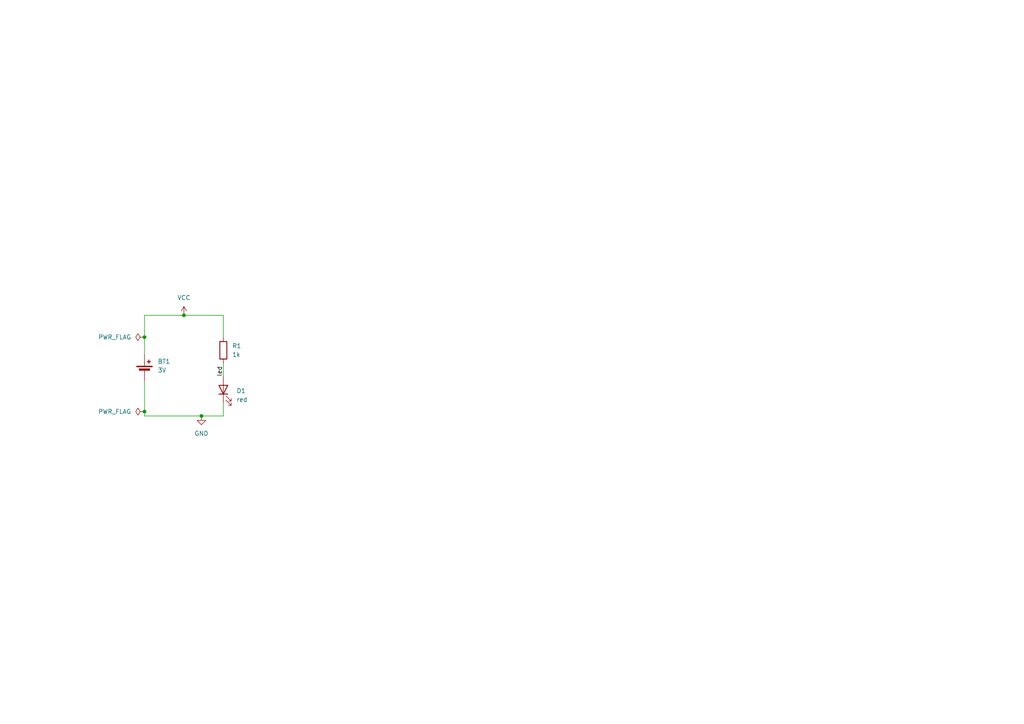
<source format=kicad_sch>
(kicad_sch (version 20250114) (generator "eeschema") (generator_version "9.0")
  (paper "A4")
  (title_block (title "Test") (rev "0"))
  (lib_symbols
    (symbol "Device:Battery_Cell" (pin_numbers (hide yes)) (pin_names (offset 0) (hide yes))
      (property "Reference" "BT" (at 2.54 2.54 0))
      (property "Value" "Battery_Cell" (at 2.54 0 0))
      (symbol "Battery_Cell_0_1"
        (rectangle (start -2.286 1.778) (end 2.286 1.524) (fill (type outline)))
        (rectangle (start -1.524 1.016) (end 1.524 0.508) (fill (type outline)))
        (polyline (pts (xy 0 1.778) (xy 0 2.54)))
        (polyline (pts (xy 0 0.762) (xy 0 0)))
        (polyline (pts (xy 0.762 3.048) (xy 1.778 3.048)) (stroke (width 0.254)))
        (polyline (pts (xy 1.27 3.556) (xy 1.27 2.54)) (stroke (width 0.254)))
      )
      (symbol "Battery_Cell_1_1"
        (pin passive line (at 0 5.08 270) (length 2.54) (name "+") (number "1"))
        (pin passive line (at 0 -2.54 90) (length 2.54) (name "-") (number "2"))
      )
    )
    (symbol "Device:LED" (pin_numbers (hide yes)) (pin_names (offset 1.016) (hide yes))
      (property "Reference" "D" (at 0 2.54 0))
      (property "Value" "LED" (at 0 -2.54 0))
      (symbol "LED_0_1"
        (polyline (pts (xy -3.048 -0.762) (xy -4.572 -2.286) (xy -3.81 -2.286) (xy -4.572 -2.286) (xy -4.572 -1.524)))
        (polyline (pts (xy -1.778 -0.762) (xy -3.302 -2.286) (xy -2.54 -2.286) (xy -3.302 -2.286) (xy -3.302 -1.524)))
        (polyline (pts (xy -1.27 0) (xy 1.27 0)))
        (polyline (pts (xy -1.27 -1.27) (xy -1.27 1.27)) (stroke (width 0.254)))
        (polyline (pts (xy 1.27 -1.27) (xy 1.27 1.27) (xy -1.27 0) (xy 1.27 -1.27)) (stroke (width 0.254)))
      )
      (symbol "LED_1_1"
        (pin passive line (at -3.81 0 0) (length 2.54) (name "K") (number "1"))
        (pin passive line (at 3.81 0 180) (length 2.54) (name "A") (number "2"))
      )
    )
    (symbol "Device:R" (pin_numbers (hide yes)) (pin_names (offset 0))
      (property "Reference" "R" (at 2.032 0 90))
      (property "Value" "R" (at 0 0 90))
      (symbol "R_0_1"
        (rectangle (start -1.016 -2.54) (end 1.016 2.54) (stroke (width 0.254)))
      )
      (symbol "R_1_1"
        (pin passive line (at 0 3.81 270) (length 1.27) (name "~") (number "1"))
        (pin passive line (at 0 -3.81 90) (length 1.27) (name "~") (number "2"))
      )
    )
    (symbol "power:GND" (power) (pin_numbers (hide yes)) (pin_names (offset 0) (hide yes))
      (property "Value" "GND" (at 0 -3.81 0))
      (symbol "GND_0_1"
        (polyline (pts (xy 0 0) (xy 0 -1.27) (xy 1.27 -1.27) (xy 0 -2.54) (xy -1.27 -1.27) (xy 0 -1.27)))
      )
      (symbol "GND_1_1"
        (pin power_in line (at 0 0 270) (length 0) (name "~") (number "1"))
      )
    )
    (symbol "power:PWR_FLAG" (power) (pin_numbers (hide yes)) (pin_names (offset 0) (hide yes))
      (property "Value" "PWR_FLAG" (at 0 3.81 0))
      (symbol "PWR_FLAG_0_0"
        (pin power_out line (at 0 0 90) (length 0) (name "~") (number "1"))
      )
      (symbol "PWR_FLAG_0_1"
        (polyline (pts (xy 0 0) (xy 0 1.27) (xy -1.016 1.905) (xy 0 2.54) (xy 1.016 1.905) (xy 0 1.27)))
      )
    )
    (symbol "power:VCC" (power) (pin_numbers (hide yes)) (pin_names (offset 0) (hide yes))
      (property "Value" "VCC" (at 0 3.556 0))
      (symbol "VCC_0_1"
        (polyline (pts (xy -0.762 1.27) (xy 0 2.54)))
        (polyline (pts (xy 0 2.54) (xy 0.762 1.27)))
        (polyline (pts (xy 0 0) (xy 0 2.54)))
      )
      (symbol "VCC_1_1"
        (pin power_in line (at 0 0 90) (length 0) (name "~") (number "1"))
      )
    )
  )
  (junction (at 58.42 120.65))
  (junction (at 41.91 119.38))
  (junction (at 41.91 97.79))
  (junction (at 53.34 91.44))
  (wire (pts (xy 64.77 105.41) (xy 64.77 109.22)))
  (wire (pts (xy 41.91 110.49) (xy 41.91 119.38)))
  (wire (pts (xy 41.91 119.38) (xy 41.91 120.65)))
  (wire (pts (xy 64.77 91.44) (xy 64.77 97.79)))
  (wire (pts (xy 41.91 91.44) (xy 53.34 91.44)))
  (wire (pts (xy 58.42 120.65) (xy 41.91 120.65)))
  (wire (pts (xy 41.91 102.87) (xy 41.91 97.79)))
  (wire (pts (xy 53.34 91.44) (xy 64.77 91.44)))
  (wire (pts (xy 64.77 120.65) (xy 58.42 120.65)))
  (wire (pts (xy 41.91 97.79) (xy 41.91 91.44)))
  (wire (pts (xy 64.77 116.84) (xy 64.77 120.65)))
  (label "led" (at 64.77 109.22 90))
  (symbol (lib_id "Device:LED") (at 64.77 113.03 90) (unit 1)
    (property "Reference" "D1" (at 68.58 113.3474 90) (effects (justify right)))
    (property "Value" "red" (at 68.58 115.8874 90) (effects (justify right)))
    (property "Footprint" "LED_THT:LED_D5.0mm" (effects (hide yes)))
    (property "Description" "Light emitting diode" (effects (hide yes)))
    (property "Sim.Pins" "1=K 2=A" (effects (hide yes)))
  )
  (symbol (lib_id "Device:Battery_Cell") (at 41.91 107.95 0) (unit 1)
    (property "Reference" "BT1" (at 45.72 104.8384 0) (effects (justify left)))
    (property "Value" "3V" (at 45.72 107.3784 0) (effects (justify left)))
    (property "Footprint" "Battery:BatteryHolder_Keystone_1058_1x2032" (effects (hide yes)))
    (property "Description" "Single-cell battery" (effects (hide yes)))
  )
  (symbol (lib_id "power:GND") (at 58.42 120.65 0) (unit 1)
    (property "Reference" "#PWR01" (effects (hide yes)))
    (property "Value" "GND" (at 58.42 125.73 0))
    (property "Description" "Power symbol creates a global label with name \"GND\" , ground" (effects (hide yes)))
  )
  (symbol (lib_id "power:PWR_FLAG") (at 41.91 119.38 90) (unit 1)
    (property "Reference" "#FLG01" (effects (hide yes)))
    (property "Value" "PWR_FLAG" (at 38.1 119.3799 90) (effects (justify left)))
    (property "Description" "Special symbol for telling ERC where power comes from" (effects (hide yes)))
  )
  (symbol (lib_id "power:PWR_FLAG") (at 41.91 97.79 90) (unit 1)
    (property "Reference" "#FLG02" (effects (hide yes)))
    (property "Value" "PWR_FLAG" (at 38.1 97.7899 90) (effects (justify left)))
    (property "Description" "Special symbol for telling ERC where power comes from" (effects (hide yes)))
  )
  (symbol (lib_id "Device:R") (at 64.77 101.6 0) (unit 1)
    (property "Reference" "R1" (at 67.31 100.3299 0) (effects (justify left)))
    (property "Value" "1k" (at 67.31 102.8699 0) (effects (justify left)))
    (property "Footprint" "Resistor_THT:R_Axial_DIN0309_L9.0mm_D3.2mm_P12.70mm_Horizontal" (effects (hide yes)))
    (property "Description" "Resistor" (effects (hide yes)))
  )
  (symbol (lib_id "power:VCC") (at 53.34 91.44 0) (unit 1)
    (property "Reference" "#PWR02" (effects (hide yes)))
    (property "Value" "VCC" (at 53.34 86.36 0))
    (property "Description" "Power symbol creates a global label with name \"VCC\"" (effects (hide yes)))
  )
)
</source>
